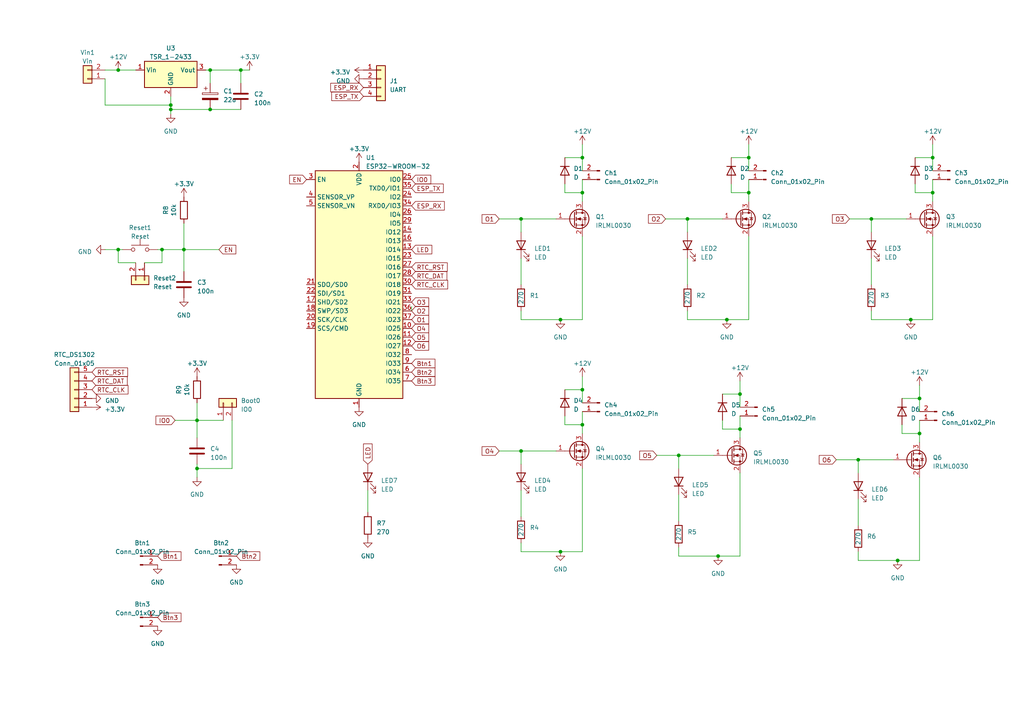
<source format=kicad_sch>
(kicad_sch (version 20230121) (generator eeschema)
  (paper "A4")
  (lib_symbols
    (symbol "Connector:Conn_01x02_Pin" (pin_names (offset 1.016) hide)
      (property "Reference" "J" (at 0 2.54 0))
      (property "Value" "Conn_01x02_Pin" (at 0 -5.08 0))
      (symbol "Conn_01x02_Pin_1_1"
        (polyline (pts (xy 1.27 -2.54) (xy 0.8636 -2.54)) (stroke (width 0.1524)))
        (polyline (pts (xy 1.27 0) (xy 0.8636 0)) (stroke (width 0.1524)))
        (rectangle (start 0.8636 -2.413) (end 0 -2.667) (stroke (width 0.1524)) (fill (type outline)))
        (rectangle (start 0.8636 0.127) (end 0 -0.127) (stroke (width 0.1524)) (fill (type outline)))
        (pin passive line (at 5.08 0 180) (length 3.81) (name "Pin_1") (number "1"))
        (pin passive line (at 5.08 -2.54 180) (length 3.81) (name "Pin_2") (number "2"))
      )
    )
    (symbol "Connector_Generic:Conn_01x02" (pin_names (offset 1.016) hide)
      (property "Reference" "J" (at 0 2.54 0))
      (property "Value" "Conn_01x02" (at 0 -5.08 0))
      (symbol "Conn_01x02_1_1"
        (rectangle (start -1.27 -2.413) (end 0 -2.667) (stroke (width 0.1524)))
        (rectangle (start -1.27 0.127) (end 0 -0.127) (stroke (width 0.1524)))
        (rectangle (start -1.27 1.27) (end 1.27 -3.81) (stroke (width 0.254)) (fill (type background)))
        (pin passive line (at -5.08 0 0) (length 3.81) (name "Pin_1") (number "1"))
        (pin passive line (at -5.08 -2.54 0) (length 3.81) (name "Pin_2") (number "2"))
      )
    )
    (symbol "Connector_Generic:Conn_01x04" (pin_names (offset 1.016) hide)
      (property "Reference" "J" (at 0 5.08 0))
      (property "Value" "Conn_01x04" (at 0 -7.62 0))
      (symbol "Conn_01x04_1_1"
        (rectangle (start -1.27 -4.953) (end 0 -5.207) (stroke (width 0.1524)))
        (rectangle (start -1.27 -2.413) (end 0 -2.667) (stroke (width 0.1524)))
        (rectangle (start -1.27 0.127) (end 0 -0.127) (stroke (width 0.1524)))
        (rectangle (start -1.27 2.667) (end 0 2.413) (stroke (width 0.1524)))
        (rectangle (start -1.27 3.81) (end 1.27 -6.35) (stroke (width 0.254)) (fill (type background)))
        (pin passive line (at -5.08 2.54 0) (length 3.81) (name "Pin_1") (number "1"))
        (pin passive line (at -5.08 0 0) (length 3.81) (name "Pin_2") (number "2"))
        (pin passive line (at -5.08 -2.54 0) (length 3.81) (name "Pin_3") (number "3"))
        (pin passive line (at -5.08 -5.08 0) (length 3.81) (name "Pin_4") (number "4"))
      )
    )
    (symbol "Connector_Generic:Conn_01x05" (pin_names (offset 1.016) hide)
      (property "Reference" "J" (at 0 7.62 0))
      (property "Value" "Conn_01x05" (at 0 -7.62 0))
      (symbol "Conn_01x05_1_1"
        (rectangle (start -1.27 -4.953) (end 0 -5.207) (stroke (width 0.1524)))
        (rectangle (start -1.27 -2.413) (end 0 -2.667) (stroke (width 0.1524)))
        (rectangle (start -1.27 0.127) (end 0 -0.127) (stroke (width 0.1524)))
        (rectangle (start -1.27 2.667) (end 0 2.413) (stroke (width 0.1524)))
        (rectangle (start -1.27 5.207) (end 0 4.953) (stroke (width 0.1524)))
        (rectangle (start -1.27 6.35) (end 1.27 -6.35) (stroke (width 0.254)) (fill (type background)))
        (pin passive line (at -5.08 5.08 0) (length 3.81) (name "Pin_1") (number "1"))
        (pin passive line (at -5.08 2.54 0) (length 3.81) (name "Pin_2") (number "2"))
        (pin passive line (at -5.08 0 0) (length 3.81) (name "Pin_3") (number "3"))
        (pin passive line (at -5.08 -2.54 0) (length 3.81) (name "Pin_4") (number "4"))
        (pin passive line (at -5.08 -5.08 0) (length 3.81) (name "Pin_5") (number "5"))
      )
    )
    (symbol "Device:C" (pin_numbers hide) (pin_names (offset 0.254))
      (property "Reference" "C" (at 0.635 2.54 0))
      (property "Value" "C" (at 0.635 -2.54 0))
      (symbol "C_0_1"
        (polyline (pts (xy -2.032 -0.762) (xy 2.032 -0.762)) (stroke (width 0.508)))
        (polyline (pts (xy -2.032 0.762) (xy 2.032 0.762)) (stroke (width 0.508)))
      )
      (symbol "C_1_1"
        (pin passive line (at 0 3.81 270) (length 2.794) (name "~") (number "1"))
        (pin passive line (at 0 -3.81 90) (length 2.794) (name "~") (number "2"))
      )
    )
    (symbol "Device:C_Polarized" (pin_numbers hide) (pin_names (offset 0.254))
      (property "Reference" "C" (at 0.635 2.54 0))
      (property "Value" "C_Polarized" (at 0.635 -2.54 0))
      (symbol "C_Polarized_0_1"
        (rectangle (start -2.286 0.508) (end 2.286 1.016))
        (polyline (pts (xy -1.778 2.286) (xy -0.762 2.286)))
        (polyline (pts (xy -1.27 2.794) (xy -1.27 1.778)))
        (rectangle (start 2.286 -0.508) (end -2.286 -1.016) (fill (type outline)))
      )
      (symbol "C_Polarized_1_1"
        (pin passive line (at 0 3.81 270) (length 2.794) (name "~") (number "1"))
        (pin passive line (at 0 -3.81 90) (length 2.794) (name "~") (number "2"))
      )
    )
    (symbol "Device:D" (pin_numbers hide) (pin_names (offset 1.016) hide)
      (property "Reference" "D" (at 0 2.54 0))
      (property "Value" "D" (at 0 -2.54 0))
      (symbol "D_0_1"
        (polyline (pts (xy -1.27 1.27) (xy -1.27 -1.27)) (stroke (width 0.254)))
        (polyline (pts (xy 1.27 0) (xy -1.27 0)))
        (polyline (pts (xy 1.27 1.27) (xy 1.27 -1.27) (xy -1.27 0) (xy 1.27 1.27)) (stroke (width 0.254)))
      )
      (symbol "D_1_1"
        (pin passive line (at -3.81 0 0) (length 2.54) (name "K") (number "1"))
        (pin passive line (at 3.81 0 180) (length 2.54) (name "A") (number "2"))
      )
    )
    (symbol "Device:LED" (pin_numbers hide) (pin_names (offset 1.016) hide)
      (property "Reference" "D" (at 0 2.54 0))
      (property "Value" "LED" (at 0 -2.54 0))
      (symbol "LED_0_1"
        (polyline (pts (xy -1.27 -1.27) (xy -1.27 1.27)) (stroke (width 0.254)))
        (polyline (pts (xy -1.27 0) (xy 1.27 0)))
        (polyline (pts (xy 1.27 -1.27) (xy 1.27 1.27) (xy -1.27 0) (xy 1.27 -1.27)) (stroke (width 0.254)))
        (polyline (pts (xy -3.048 -0.762) (xy -4.572 -2.286) (xy -3.81 -2.286) (xy -4.572 -2.286) (xy -4.572 -1.524)))
        (polyline (pts (xy -1.778 -0.762) (xy -3.302 -2.286) (xy -2.54 -2.286) (xy -3.302 -2.286) (xy -3.302 -1.524)))
      )
      (symbol "LED_1_1"
        (pin passive line (at -3.81 0 0) (length 2.54) (name "K") (number "1"))
        (pin passive line (at 3.81 0 180) (length 2.54) (name "A") (number "2"))
      )
    )
    (symbol "Device:R" (pin_numbers hide) (pin_names (offset 0))
      (property "Reference" "R" (at 2.032 0 90))
      (property "Value" "R" (at 0 0 90))
      (symbol "R_0_1"
        (rectangle (start -1.016 -2.54) (end 1.016 2.54) (stroke (width 0.254)))
      )
      (symbol "R_1_1"
        (pin passive line (at 0 3.81 270) (length 1.27) (name "~") (number "1"))
        (pin passive line (at 0 -3.81 90) (length 1.27) (name "~") (number "2"))
      )
    )
    (symbol "RF_Module:ESP32-WROOM-32"
      (property "Reference" "U" (at -12.7 34.29 0))
      (property "Value" "ESP32-WROOM-32" (at 1.27 34.29 0))
      (symbol "ESP32-WROOM-32_0_1"
        (rectangle (start -12.7 33.02) (end 12.7 -33.02) (stroke (width 0.254)) (fill (type background)))
      )
      (symbol "ESP32-WROOM-32_1_1"
        (pin power_in line (at 0 -35.56 90) (length 2.54) (name "GND") (number "1"))
        (pin bidirectional line (at 15.24 -12.7 180) (length 2.54) (name "IO25") (number "10"))
        (pin bidirectional line (at 15.24 -15.24 180) (length 2.54) (name "IO26") (number "11"))
        (pin bidirectional line (at 15.24 -17.78 180) (length 2.54) (name "IO27") (number "12"))
        (pin bidirectional line (at 15.24 10.16 180) (length 2.54) (name "IO14") (number "13"))
        (pin bidirectional line (at 15.24 15.24 180) (length 2.54) (name "IO12") (number "14"))
        (pin passive line (at 0 -35.56 90) (length 2.54) hide (name "GND") (number "15"))
        (pin bidirectional line (at 15.24 12.7 180) (length 2.54) (name "IO13") (number "16"))
        (pin bidirectional line (at -15.24 -5.08 0) (length 2.54) (name "SHD/SD2") (number "17"))
        (pin bidirectional line (at -15.24 -7.62 0) (length 2.54) (name "SWP/SD3") (number "18"))
        (pin bidirectional line (at -15.24 -12.7 0) (length 2.54) (name "SCS/CMD") (number "19"))
        (pin power_in line (at 0 35.56 270) (length 2.54) (name "VDD") (number "2"))
        (pin bidirectional line (at -15.24 -10.16 0) (length 2.54) (name "SCK/CLK") (number "20"))
        (pin bidirectional line (at -15.24 0 0) (length 2.54) (name "SDO/SD0") (number "21"))
        (pin bidirectional line (at -15.24 -2.54 0) (length 2.54) (name "SDI/SD1") (number "22"))
        (pin bidirectional line (at 15.24 7.62 180) (length 2.54) (name "IO15") (number "23"))
        (pin bidirectional line (at 15.24 25.4 180) (length 2.54) (name "IO2") (number "24"))
        (pin bidirectional line (at 15.24 30.48 180) (length 2.54) (name "IO0") (number "25"))
        (pin bidirectional line (at 15.24 20.32 180) (length 2.54) (name "IO4") (number "26"))
        (pin bidirectional line (at 15.24 5.08 180) (length 2.54) (name "IO16") (number "27"))
        (pin bidirectional line (at 15.24 2.54 180) (length 2.54) (name "IO17") (number "28"))
        (pin bidirectional line (at 15.24 17.78 180) (length 2.54) (name "IO5") (number "29"))
        (pin input line (at -15.24 30.48 0) (length 2.54) (name "EN") (number "3"))
        (pin bidirectional line (at 15.24 0 180) (length 2.54) (name "IO18") (number "30"))
        (pin bidirectional line (at 15.24 -2.54 180) (length 2.54) (name "IO19") (number "31"))
        (pin no_connect line (at -12.7 -27.94 0) (length 2.54) hide (name "NC") (number "32"))
        (pin bidirectional line (at 15.24 -5.08 180) (length 2.54) (name "IO21") (number "33"))
        (pin bidirectional line (at 15.24 22.86 180) (length 2.54) (name "RXD0/IO3") (number "34"))
        (pin bidirectional line (at 15.24 27.94 180) (length 2.54) (name "TXD0/IO1") (number "35"))
        (pin bidirectional line (at 15.24 -7.62 180) (length 2.54) (name "IO22") (number "36"))
        (pin bidirectional line (at 15.24 -10.16 180) (length 2.54) (name "IO23") (number "37"))
        (pin passive line (at 0 -35.56 90) (length 2.54) hide (name "GND") (number "38"))
        (pin passive line (at 0 -35.56 90) (length 2.54) hide (name "GND") (number "39"))
        (pin input line (at -15.24 25.4 0) (length 2.54) (name "SENSOR_VP") (number "4"))
        (pin input line (at -15.24 22.86 0) (length 2.54) (name "SENSOR_VN") (number "5"))
        (pin input line (at 15.24 -25.4 180) (length 2.54) (name "IO34") (number "6"))
        (pin input line (at 15.24 -27.94 180) (length 2.54) (name "IO35") (number "7"))
        (pin bidirectional line (at 15.24 -20.32 180) (length 2.54) (name "IO32") (number "8"))
        (pin bidirectional line (at 15.24 -22.86 180) (length 2.54) (name "IO33") (number "9"))
      )
    )
    (symbol "Regulator_Switching:TSR_1-2433"
      (property "Reference" "U" (at -7.62 6.35 0))
      (property "Value" "TSR_1-2433" (at -1.27 6.35 0))
      (symbol "TSR_1-2433_0_1"
        (rectangle (start -7.62 5.08) (end 7.62 -2.54) (stroke (width 0.254)) (fill (type background)))
      )
      (symbol "TSR_1-2433_1_1"
        (pin power_in line (at -10.16 2.54 0) (length 2.54) (name "Vin") (number "1"))
        (pin power_in line (at 0 -5.08 90) (length 2.54) (name "GND") (number "2"))
        (pin power_out line (at 10.16 2.54 180) (length 2.54) (name "Vout") (number "3"))
      )
    )
    (symbol "Switch:SW_Push" (pin_numbers hide) (pin_names (offset 1.016) hide)
      (property "Reference" "SW" (at 1.27 2.54 0))
      (property "Value" "SW_Push" (at 0 -1.524 0))
      (symbol "SW_Push_0_1"
        (circle (center -2.032 0) (radius 0.508))
        (polyline (pts (xy 0 1.27) (xy 0 3.048)))
        (polyline (pts (xy 2.54 1.27) (xy -2.54 1.27)))
        (circle (center 2.032 0) (radius 0.508))
        (pin passive line (at -5.08 0 0) (length 2.54) (name "1") (number "1"))
        (pin passive line (at 5.08 0 180) (length 2.54) (name "2") (number "2"))
      )
    )
    (symbol "Transistor_FET:IRLML0030" (pin_names hide)
      (property "Reference" "Q" (at 5.08 1.905 0))
      (property "Value" "IRLML0030" (at 5.08 0 0))
      (symbol "IRLML0030_0_1"
        (polyline (pts (xy 0.254 0) (xy -2.54 0)))
        (polyline (pts (xy 0.254 1.905) (xy 0.254 -1.905)) (stroke (width 0.254)))
        (polyline (pts (xy 0.762 -1.27) (xy 0.762 -2.286)) (stroke (width 0.254)))
        (polyline (pts (xy 0.762 0.508) (xy 0.762 -0.508)) (stroke (width 0.254)))
        (polyline (pts (xy 0.762 2.286) (xy 0.762 1.27)) (stroke (width 0.254)))
        (polyline (pts (xy 2.54 2.54) (xy 2.54 1.778)))
        (polyline (pts (xy 2.54 -2.54) (xy 2.54 0) (xy 0.762 0)))
        (polyline (pts (xy 0.762 -1.778) (xy 3.302 -1.778) (xy 3.302 1.778) (xy 0.762 1.778)))
        (polyline (pts (xy 1.016 0) (xy 2.032 0.381) (xy 2.032 -0.381) (xy 1.016 0)) (fill (type outline)))
        (polyline (pts (xy 2.794 0.508) (xy 2.921 0.381) (xy 3.683 0.381) (xy 3.81 0.254)))
        (polyline (pts (xy 3.302 0.381) (xy 2.921 -0.254) (xy 3.683 -0.254) (xy 3.302 0.381)))
        (circle (center 1.651 0) (radius 2.794) (stroke (width 0.254)))
        (circle (center 2.54 -1.778) (radius 0.254) (fill (type outline)))
        (circle (center 2.54 1.778) (radius 0.254) (fill (type outline)))
      )
      (symbol "IRLML0030_1_1"
        (pin input line (at -5.08 0 0) (length 2.54) (name "G") (number "1"))
        (pin passive line (at 2.54 -5.08 90) (length 2.54) (name "S") (number "2"))
        (pin passive line (at 2.54 5.08 270) (length 2.54) (name "D") (number "3"))
      )
    )
    (symbol "power:+12V" (power) (pin_names (offset 0))
      (property "Value" "+12V" (at 0 3.556 0))
      (symbol "+12V_0_1"
        (polyline (pts (xy -0.762 1.27) (xy 0 2.54)))
        (polyline (pts (xy 0 0) (xy 0 2.54)))
        (polyline (pts (xy 0 2.54) (xy 0.762 1.27)))
      )
      (symbol "+12V_1_1"
        (pin power_in line (at 0 0 90) (length 0) hide (name "+12V") (number "1"))
      )
    )
    (symbol "power:+3.3V" (power) (pin_names (offset 0))
      (property "Value" "+3.3V" (at 0 3.556 0))
      (symbol "+3.3V_0_1"
        (polyline (pts (xy -0.762 1.27) (xy 0 2.54)))
        (polyline (pts (xy 0 0) (xy 0 2.54)))
        (polyline (pts (xy 0 2.54) (xy 0.762 1.27)))
      )
      (symbol "+3.3V_1_1"
        (pin power_in line (at 0 0 90) (length 0) hide (name "+3.3V") (number "1"))
      )
    )
    (symbol "power:GND" (power) (pin_names (offset 0))
      (property "Value" "GND" (at 0 -3.81 0))
      (symbol "GND_0_1"
        (polyline (pts (xy 0 0) (xy 0 -1.27) (xy 1.27 -1.27) (xy 0 -2.54) (xy -1.27 -1.27) (xy 0 -1.27)))
      )
      (symbol "GND_1_1"
        (pin power_in line (at 0 0 270) (length 0) hide (name "GND") (number "1"))
      )
    )
  )
  (junction (at 60.96 31.75))
  (junction (at 260.35 162.56))
  (junction (at 270.51 55.88))
  (junction (at 168.91 113.03))
  (junction (at 266.7 125.73))
  (junction (at 266.7 115.57))
  (junction (at 270.51 45.72))
  (junction (at 199.39 63.5))
  (junction (at 208.28 161.29))
  (junction (at 69.85 20.32))
  (junction (at 60.96 20.32))
  (junction (at 34.29 20.32))
  (junction (at 49.53 30.48))
  (junction (at 57.15 121.92))
  (junction (at 168.91 123.19))
  (junction (at 214.63 114.3))
  (junction (at 34.29 72.39))
  (junction (at 57.15 135.89))
  (junction (at 252.73 63.5))
  (junction (at 46.99 72.39))
  (junction (at 162.56 92.71))
  (junction (at 214.63 124.46))
  (junction (at 162.56 160.02))
  (junction (at 53.34 72.39))
  (junction (at 168.91 45.72))
  (junction (at 248.92 133.35))
  (junction (at 151.13 130.81))
  (junction (at 210.82 92.71))
  (junction (at 196.85 132.08))
  (junction (at 217.17 45.72))
  (junction (at 49.53 31.75))
  (junction (at 217.17 55.88))
  (junction (at 168.91 55.88))
  (junction (at 264.16 92.71))
  (junction (at 151.13 63.5))
  (wire (pts (xy 199.39 92.71) (xy 199.39 90.17)))
  (wire (pts (xy 196.85 132.08) (xy 207.01 132.08)))
  (wire (pts (xy 252.73 92.71) (xy 252.73 90.17)))
  (wire (pts (xy 144.78 130.81) (xy 151.13 130.81)))
  (wire (pts (xy 34.29 72.39) (xy 35.56 72.39)))
  (wire (pts (xy 46.99 72.39) (xy 46.99 76.2)))
  (wire (pts (xy 217.17 41.91) (xy 217.17 45.72)))
  (wire (pts (xy 168.91 52.07) (xy 168.91 55.88)))
  (wire (pts (xy 208.28 161.29) (xy 196.85 161.29)))
  (wire (pts (xy 252.73 74.93) (xy 252.73 82.55)))
  (wire (pts (xy 270.51 92.71) (xy 264.16 92.71)))
  (wire (pts (xy 248.92 133.35) (xy 248.92 137.16)))
  (wire (pts (xy 57.15 134.62) (xy 57.15 135.89)))
  (wire (pts (xy 168.91 55.88) (xy 168.91 58.42)))
  (wire (pts (xy 168.91 135.89) (xy 168.91 160.02)))
  (wire (pts (xy 266.7 111.76) (xy 266.7 115.57)))
  (wire (pts (xy 266.7 121.92) (xy 266.7 125.73)))
  (wire (pts (xy 60.96 31.75) (xy 69.85 31.75)))
  (wire (pts (xy 209.55 121.92) (xy 209.55 124.46)))
  (wire (pts (xy 209.55 124.46) (xy 214.63 124.46)))
  (wire (pts (xy 60.96 20.32) (xy 69.85 20.32)))
  (wire (pts (xy 261.62 125.73) (xy 266.7 125.73)))
  (wire (pts (xy 168.91 92.71) (xy 162.56 92.71)))
  (wire (pts (xy 151.13 130.81) (xy 151.13 134.62)))
  (wire (pts (xy 50.8 121.92) (xy 57.15 121.92)))
  (wire (pts (xy 212.09 55.88) (xy 217.17 55.88)))
  (wire (pts (xy 199.39 63.5) (xy 199.39 67.31)))
  (wire (pts (xy 163.83 45.72) (xy 168.91 45.72)))
  (wire (pts (xy 196.85 143.51) (xy 196.85 151.13)))
  (wire (pts (xy 261.62 123.19) (xy 261.62 125.73)))
  (wire (pts (xy 57.15 121.92) (xy 57.15 127)))
  (wire (pts (xy 49.53 27.94) (xy 49.53 30.48)))
  (wire (pts (xy 266.7 125.73) (xy 266.7 128.27)))
  (wire (pts (xy 214.63 161.29) (xy 208.28 161.29)))
  (wire (pts (xy 199.39 63.5) (xy 209.55 63.5)))
  (wire (pts (xy 151.13 63.5) (xy 161.29 63.5)))
  (wire (pts (xy 217.17 52.07) (xy 217.17 55.88)))
  (wire (pts (xy 168.91 109.22) (xy 168.91 113.03)))
  (wire (pts (xy 196.85 132.08) (xy 196.85 135.89)))
  (wire (pts (xy 212.09 45.72) (xy 217.17 45.72)))
  (wire (pts (xy 162.56 92.71) (xy 151.13 92.71)))
  (wire (pts (xy 248.92 133.35) (xy 259.08 133.35)))
  (wire (pts (xy 246.38 63.5) (xy 252.73 63.5)))
  (wire (pts (xy 57.15 135.89) (xy 57.15 138.43)))
  (wire (pts (xy 53.34 64.77) (xy 53.34 72.39)))
  (wire (pts (xy 151.13 74.93) (xy 151.13 82.55)))
  (wire (pts (xy 248.92 162.56) (xy 248.92 160.02)))
  (wire (pts (xy 260.35 162.56) (xy 248.92 162.56)))
  (wire (pts (xy 212.09 53.34) (xy 212.09 55.88)))
  (wire (pts (xy 53.34 72.39) (xy 53.34 78.74)))
  (wire (pts (xy 265.43 53.34) (xy 265.43 55.88)))
  (wire (pts (xy 30.48 20.32) (xy 34.29 20.32)))
  (wire (pts (xy 163.83 55.88) (xy 168.91 55.88)))
  (wire (pts (xy 265.43 45.72) (xy 270.51 45.72)))
  (wire (pts (xy 265.43 55.88) (xy 270.51 55.88)))
  (wire (pts (xy 106.68 142.24) (xy 106.68 148.59)))
  (wire (pts (xy 217.17 55.88) (xy 217.17 58.42)))
  (wire (pts (xy 151.13 160.02) (xy 151.13 157.48)))
  (wire (pts (xy 46.99 72.39) (xy 53.34 72.39)))
  (wire (pts (xy 214.63 110.49) (xy 214.63 114.3)))
  (wire (pts (xy 60.96 20.32) (xy 60.96 24.13)))
  (wire (pts (xy 217.17 92.71) (xy 210.82 92.71)))
  (wire (pts (xy 270.51 52.07) (xy 270.51 55.88)))
  (wire (pts (xy 266.7 162.56) (xy 260.35 162.56)))
  (wire (pts (xy 144.78 63.5) (xy 151.13 63.5)))
  (wire (pts (xy 196.85 161.29) (xy 196.85 158.75)))
  (wire (pts (xy 163.83 123.19) (xy 168.91 123.19)))
  (wire (pts (xy 34.29 76.2) (xy 34.29 72.39)))
  (wire (pts (xy 266.7 138.43) (xy 266.7 162.56)))
  (wire (pts (xy 163.83 53.34) (xy 163.83 55.88)))
  (wire (pts (xy 252.73 63.5) (xy 252.73 67.31)))
  (wire (pts (xy 270.51 68.58) (xy 270.51 92.71)))
  (wire (pts (xy 67.31 121.92) (xy 67.31 135.89)))
  (wire (pts (xy 264.16 92.71) (xy 252.73 92.71)))
  (wire (pts (xy 242.57 133.35) (xy 248.92 133.35)))
  (wire (pts (xy 49.53 31.75) (xy 60.96 31.75)))
  (wire (pts (xy 151.13 92.71) (xy 151.13 90.17)))
  (wire (pts (xy 193.04 63.5) (xy 199.39 63.5)))
  (wire (pts (xy 57.15 121.92) (xy 64.77 121.92)))
  (wire (pts (xy 168.91 160.02) (xy 162.56 160.02)))
  (wire (pts (xy 209.55 114.3) (xy 214.63 114.3)))
  (wire (pts (xy 168.91 68.58) (xy 168.91 92.71)))
  (wire (pts (xy 162.56 160.02) (xy 151.13 160.02)))
  (wire (pts (xy 49.53 31.75) (xy 49.53 33.02)))
  (wire (pts (xy 59.69 20.32) (xy 60.96 20.32)))
  (wire (pts (xy 69.85 20.32) (xy 69.85 24.13)))
  (wire (pts (xy 30.48 30.48) (xy 49.53 30.48)))
  (wire (pts (xy 34.29 20.32) (xy 39.37 20.32)))
  (wire (pts (xy 261.62 115.57) (xy 266.7 115.57)))
  (wire (pts (xy 46.99 76.2) (xy 41.91 76.2)))
  (wire (pts (xy 168.91 45.72) (xy 168.91 49.53)))
  (wire (pts (xy 163.83 113.03) (xy 168.91 113.03)))
  (wire (pts (xy 270.51 55.88) (xy 270.51 58.42)))
  (wire (pts (xy 151.13 63.5) (xy 151.13 67.31)))
  (wire (pts (xy 214.63 120.65) (xy 214.63 124.46)))
  (wire (pts (xy 214.63 124.46) (xy 214.63 127)))
  (wire (pts (xy 45.72 72.39) (xy 46.99 72.39)))
  (wire (pts (xy 214.63 137.16) (xy 214.63 161.29)))
  (wire (pts (xy 30.48 72.39) (xy 34.29 72.39)))
  (wire (pts (xy 39.37 76.2) (xy 34.29 76.2)))
  (wire (pts (xy 168.91 41.91) (xy 168.91 45.72)))
  (wire (pts (xy 248.92 144.78) (xy 248.92 152.4)))
  (wire (pts (xy 210.82 92.71) (xy 199.39 92.71)))
  (wire (pts (xy 119.38 88.9) (xy 119.38 90.17)))
  (wire (pts (xy 214.63 114.3) (xy 214.63 118.11)))
  (wire (pts (xy 168.91 119.38) (xy 168.91 123.19)))
  (wire (pts (xy 270.51 45.72) (xy 270.51 49.53)))
  (wire (pts (xy 163.83 120.65) (xy 163.83 123.19)))
  (wire (pts (xy 168.91 113.03) (xy 168.91 116.84)))
  (wire (pts (xy 151.13 130.81) (xy 161.29 130.81)))
  (wire (pts (xy 53.34 72.39) (xy 63.5 72.39)))
  (wire (pts (xy 199.39 74.93) (xy 199.39 82.55)))
  (wire (pts (xy 190.5 132.08) (xy 196.85 132.08)))
  (wire (pts (xy 69.85 20.32) (xy 72.39 20.32)))
  (wire (pts (xy 67.31 135.89) (xy 57.15 135.89)))
  (wire (pts (xy 217.17 45.72) (xy 217.17 49.53)))
  (wire (pts (xy 168.91 123.19) (xy 168.91 125.73)))
  (wire (pts (xy 151.13 142.24) (xy 151.13 149.86)))
  (wire (pts (xy 270.51 41.91) (xy 270.51 45.72)))
  (wire (pts (xy 30.48 22.86) (xy 30.48 30.48)))
  (wire (pts (xy 252.73 63.5) (xy 262.89 63.5)))
  (wire (pts (xy 266.7 115.57) (xy 266.7 119.38)))
  (wire (pts (xy 49.53 30.48) (xy 49.53 31.75)))
  (wire (pts (xy 217.17 68.58) (xy 217.17 92.71)))
  (wire (pts (xy 57.15 116.84) (xy 57.15 121.92)))
  (global_label "O4" (shape input) (at 119.38 95.25 0) (property "Intersheetrefs" "${INTERSHEET_REFS}" (effects hide)))
  (global_label "Btn1" (shape input) (at 119.38 105.41 0) (property "Intersheetrefs" "${INTERSHEET_REFS}" (effects hide)))
  (global_label "O1" (shape input) (at 144.78 63.5 180) (property "Intersheetrefs" "${INTERSHEET_REFS}" (effects hide)))
  (global_label "O4" (shape input) (at 144.78 130.81 180) (property "Intersheetrefs" "${INTERSHEET_REFS}" (effects hide)))
  (global_label "LED" (shape input) (at 106.68 134.62 90) (property "Intersheetrefs" "${INTERSHEET_REFS}" (effects hide)))
  (global_label "RTC_CLK" (shape input) (at 119.38 82.55 0) (property "Intersheetrefs" "${INTERSHEET_REFS}" (effects hide)))
  (global_label "O3" (shape input) (at 246.38 63.5 180) (property "Intersheetrefs" "${INTERSHEET_REFS}" (effects hide)))
  (global_label "O3" (shape input) (at 119.38 87.63 0) (property "Intersheetrefs" "${INTERSHEET_REFS}" (effects hide)))
  (global_label "RTC_RST" (shape input) (at 26.67 107.95 0) (property "Intersheetrefs" "${INTERSHEET_REFS}" (effects hide)))
  (global_label "ESP_TX" (shape input) (at 119.38 54.61 0) (property "Intersheetrefs" "${INTERSHEET_REFS}" (effects hide)))
  (global_label "ESP_TX" (shape input) (at 105.41 27.94 180) (property "Intersheetrefs" "${INTERSHEET_REFS}" (effects hide)))
  (global_label "Btn3" (shape input) (at 119.38 110.49 0) (property "Intersheetrefs" "${INTERSHEET_REFS}" (effects hide)))
  (global_label "ESP_RX" (shape input) (at 119.38 59.69 0) (property "Intersheetrefs" "${INTERSHEET_REFS}" (effects hide)))
  (global_label "RTC_RST" (shape input) (at 119.38 77.47 0) (property "Intersheetrefs" "${INTERSHEET_REFS}" (effects hide)))
  (global_label "Btn2" (shape input) (at 119.38 107.95 0) (property "Intersheetrefs" "${INTERSHEET_REFS}" (effects hide)))
  (global_label "O6" (shape input) (at 242.57 133.35 180) (property "Intersheetrefs" "${INTERSHEET_REFS}" (effects hide)))
  (global_label "ESP_RX" (shape input) (at 105.41 25.4 180) (property "Intersheetrefs" "${INTERSHEET_REFS}" (effects hide)))
  (global_label "RTC_CLK" (shape input) (at 26.67 113.03 0) (property "Intersheetrefs" "${INTERSHEET_REFS}" (effects hide)))
  (global_label "O6" (shape input) (at 119.38 100.33 0) (property "Intersheetrefs" "${INTERSHEET_REFS}" (effects hide)))
  (global_label "O2" (shape input) (at 119.38 90.17 0) (property "Intersheetrefs" "${INTERSHEET_REFS}" (effects hide)))
  (global_label "O1" (shape input) (at 119.38 92.71 0) (property "Intersheetrefs" "${INTERSHEET_REFS}" (effects hide)))
  (global_label "Btn2" (shape input) (at 68.58 161.29 0) (property "Intersheetrefs" "${INTERSHEET_REFS}" (effects hide)))
  (global_label "LED" (shape input) (at 119.38 72.39 0) (property "Intersheetrefs" "${INTERSHEET_REFS}" (effects hide)))
  (global_label "EN" (shape input) (at 88.9 52.07 180) (property "Intersheetrefs" "${INTERSHEET_REFS}" (effects hide)))
  (global_label "O2" (shape input) (at 193.04 63.5 180) (property "Intersheetrefs" "${INTERSHEET_REFS}" (effects hide)))
  (global_label "Btn3" (shape input) (at 45.72 179.07 0) (property "Intersheetrefs" "${INTERSHEET_REFS}" (effects hide)))
  (global_label "IO0" (shape input) (at 50.8 121.92 180) (property "Intersheetrefs" "${INTERSHEET_REFS}" (effects hide)))
  (global_label "Btn1" (shape input) (at 45.72 161.29 0) (property "Intersheetrefs" "${INTERSHEET_REFS}" (effects hide)))
  (global_label "RTC_DAT" (shape input) (at 26.67 110.49 0) (property "Intersheetrefs" "${INTERSHEET_REFS}" (effects hide)))
  (global_label "O5" (shape input) (at 119.38 97.79 0) (property "Intersheetrefs" "${INTERSHEET_REFS}" (effects hide)))
  (global_label "IO0" (shape input) (at 119.38 52.07 0) (property "Intersheetrefs" "${INTERSHEET_REFS}" (effects hide)))
  (global_label "O5" (shape input) (at 190.5 132.08 180) (property "Intersheetrefs" "${INTERSHEET_REFS}" (effects hide)))
  (global_label "RTC_DAT" (shape input) (at 119.38 80.01 0) (property "Intersheetrefs" "${INTERSHEET_REFS}" (effects hide)))
  (global_label "EN" (shape input) (at 63.5 72.39 0) (property "Intersheetrefs" "${INTERSHEET_REFS}" (effects hide)))
  (symbol (lib_id "power:GND") (at 162.56 92.71 0) (unit 1)
    (property "Reference" "#PWR01" (effects hide))
    (property "Value" "GND" (at 162.56 97.79 0))
  )
  (symbol (lib_id "Regulator_Switching:TSR_1-2433") (at 49.53 22.86 0) (unit 1)
    (property "Reference" "U3" (at 49.53 13.97 0))
    (property "Value" "TSR_1-2433" (at 49.53 16.51 0))
    (property "Footprint" "Converter_DCDC:Converter_DCDC_TRACO_TSR-1_THT" (effects hide))
    (property "Datasheet" "http://www.tracopower.com/products/tsr1.pdf" (effects hide))
  )
  (symbol (lib_id "Connector:Conn_01x02_Pin") (at 40.64 179.07 0) (unit 1)
    (property "Reference" "Btn3" (at 41.275 175.26 0))
    (property "Value" "Conn_01x02_Pin" (at 41.275 177.8 0))
    (property "Footprint" "Connector_PinHeader_2.54mm:PinHeader_1x02_P2.54mm_Vertical" (effects hide))
  )
  (symbol (lib_id "Device:R") (at 151.13 153.67 0) (unit 1)
    (property "Reference" "R4" (at 153.67 153.035 0) (effects (justify left)))
    (property "Value" "270" (at 151.13 153.67 90))
    (property "Footprint" "Resistor_SMD:R_0805_2012Metric" (effects hide))
  )
  (symbol (lib_id "power:GND") (at 30.48 72.39 270) (unit 1)
    (property "Reference" "#PWR019" (effects hide))
    (property "Value" "GND" (at 26.67 73.025 90) (effects (justify right)))
  )
  (symbol (lib_id "Device:R") (at 151.13 86.36 0) (unit 1)
    (property "Reference" "R1" (at 153.67 85.725 0) (effects (justify left)))
    (property "Value" "270" (at 151.13 86.36 90))
    (property "Footprint" "Resistor_SMD:R_0805_2012Metric" (effects hide))
  )
  (symbol (lib_id "Transistor_FET:IRLML0030") (at 166.37 63.5 0) (unit 1)
    (property "Reference" "Q1" (at 172.72 62.865 0) (effects (justify left)))
    (property "Value" "IRLML0030" (at 172.72 65.405 0) (effects (justify left)))
    (property "Footprint" "Package_TO_SOT_SMD:SOT-23" (effects hide))
    (property "Datasheet" "https://www.infineon.com/dgdl/irlml0030pbf.pdf?fileId=5546d462533600a401535664773825df" (effects hide))
  )
  (symbol (lib_id "Device:LED") (at 252.73 71.12 90) (unit 1)
    (property "Reference" "LED3" (at 256.54 72.0725 90) (effects (justify right)))
    (property "Value" "LED" (at 256.54 74.6125 90) (effects (justify right)))
    (property "Footprint" "LED_SMD:LED_0805_2012Metric" (effects hide))
  )
  (symbol (lib_id "power:GND") (at 53.34 86.36 0) (unit 1)
    (property "Reference" "#PWR024" (effects hide))
    (property "Value" "GND" (at 53.34 91.44 0))
  )
  (symbol (lib_id "power:GND") (at 57.15 138.43 0) (unit 1)
    (property "Reference" "#PWR030" (effects hide))
    (property "Value" "GND" (at 57.15 143.4209 0))
  )
  (symbol (lib_id "Device:D") (at 212.09 49.53 270) (unit 1)
    (property "Reference" "D2" (at 214.63 48.895 90) (effects (justify left)))
    (property "Value" "D" (at 214.63 51.435 90) (effects (justify left)))
    (property "Footprint" "Diode_SMD:D_SOD-123" (effects hide))
    (property "Sim.Device" "D" (effects hide))
    (property "Sim.Pins" "1=K 2=A" (effects hide))
  )
  (symbol (lib_id "power:GND") (at 210.82 92.71 0) (unit 1)
    (property "Reference" "#PWR03" (effects hide))
    (property "Value" "GND" (at 210.82 97.79 0))
  )
  (symbol (lib_id "Connector:Conn_01x02_Pin") (at 63.5 161.29 0) (unit 1)
    (property "Reference" "Btn2" (at 64.135 157.48 0))
    (property "Value" "Conn_01x02_Pin" (at 64.135 160.02 0))
    (property "Footprint" "Connector_PinHeader_2.54mm:PinHeader_1x02_P2.54mm_Vertical" (effects hide))
  )
  (symbol (lib_id "Device:R") (at 106.68 152.4 0) (unit 1)
    (property "Reference" "R7" (at 109.22 151.765 0) (effects (justify left)))
    (property "Value" "270" (at 109.22 154.305 0) (effects (justify left)))
    (property "Footprint" "Resistor_SMD:R_0805_2012Metric" (effects hide))
  )
  (symbol (lib_id "power:GND") (at 26.67 115.57 90) (unit 1)
    (property "Reference" "#PWR027" (effects hide))
    (property "Value" "GND" (at 30.48 116.205 90) (effects (justify right)))
  )
  (symbol (lib_id "Connector:Conn_01x02_Pin") (at 222.25 52.07 180) (unit 1)
    (property "Reference" "Ch2" (at 223.52 50.165 0) (effects (justify right)))
    (property "Value" "Conn_01x02_Pin" (at 223.52 52.705 0) (effects (justify right)))
    (property "Footprint" "Connector_JST:JST_XH_B2B-XH-AM_1x02_P2.50mm_Vertical" (effects hide))
  )
  (symbol (lib_id "Device:R") (at 53.34 60.96 0) (unit 1)
    (property "Reference" "R8" (at 48.0822 60.96 90))
    (property "Value" "10k" (at 50.3936 60.96 90))
    (property "Footprint" "Resistor_SMD:R_0805_2012Metric" (effects hide))
  )
  (symbol (lib_id "Device:C") (at 57.15 130.81 0) (unit 1)
    (property "Reference" "C4" (at 60.96 130.175 0) (effects (justify left)))
    (property "Value" "100n" (at 60.96 132.715 0) (effects (justify left)))
    (property "Footprint" "Capacitor_SMD:C_0805_2012Metric" (effects hide))
  )
  (symbol (lib_id "Device:R") (at 252.73 86.36 0) (unit 1)
    (property "Reference" "R3" (at 255.27 85.725 0) (effects (justify left)))
    (property "Value" "270" (at 252.73 86.36 90))
    (property "Footprint" "Resistor_SMD:R_0805_2012Metric" (effects hide))
  )
  (symbol (lib_id "Connector_Generic:Conn_01x05") (at 21.59 113.03 180) (unit 1)
    (property "Reference" "RTC_DS1302" (at 21.59 102.87 0))
    (property "Value" "Conn_01x05" (at 21.59 105.41 0))
    (property "Footprint" "Connector_PinSocket_2.54mm:PinSocket_1x05_P2.54mm_Vertical" (effects hide))
  )
  (symbol (lib_id "Switch:SW_Push") (at 40.64 72.39 0) (unit 1)
    (property "Reference" "Reset1" (at 40.64 66.04 0))
    (property "Value" "Reset" (at 40.64 68.58 0))
    (property "Footprint" "footprints:Reichelt 9315" (effects hide))
  )
  (symbol (lib_id "power:+12V") (at 266.7 111.76 0) (unit 1)
    (property "Reference" "#PWR012" (effects hide))
    (property "Value" "+12V" (at 266.7 107.95 0))
  )
  (symbol (lib_id "power:+3.3V") (at 72.39 20.32 0) (unit 1)
    (property "Reference" "#PWR015" (effects hide))
    (property "Value" "+3.3V" (at 72.39 16.51 0))
  )
  (symbol (lib_id "Device:LED") (at 151.13 71.12 90) (unit 1)
    (property "Reference" "LED1" (at 154.94 72.0725 90) (effects (justify right)))
    (property "Value" "LED" (at 154.94 74.6125 90) (effects (justify right)))
    (property "Footprint" "LED_SMD:LED_0805_2012Metric" (effects hide))
  )
  (symbol (lib_id "Connector_Generic:Conn_01x02") (at 25.4 22.86 180) (unit 1)
    (property "Reference" "Vin1" (at 25.4 15.24 0))
    (property "Value" "Vin" (at 25.4 17.78 0))
    (property "Footprint" "Connector_JST:JST_XH_B2B-XH-AM_1x02_P2.50mm_Vertical" (effects hide))
  )
  (symbol (lib_id "Transistor_FET:IRLML0030") (at 212.09 132.08 0) (unit 1)
    (property "Reference" "Q5" (at 218.44 131.445 0) (effects (justify left)))
    (property "Value" "IRLML0030" (at 218.44 133.985 0) (effects (justify left)))
    (property "Footprint" "Package_TO_SOT_SMD:SOT-23" (effects hide))
    (property "Datasheet" "https://www.infineon.com/dgdl/irlml0030pbf.pdf?fileId=5546d462533600a401535664773825df" (effects hide))
  )
  (symbol (lib_id "Connector:Conn_01x02_Pin") (at 173.99 52.07 180) (unit 1)
    (property "Reference" "Ch1" (at 175.26 50.165 0) (effects (justify right)))
    (property "Value" "Conn_01x02_Pin" (at 175.26 52.705 0) (effects (justify right)))
    (property "Footprint" "Connector_JST:JST_XH_B2B-XH-AM_1x02_P2.50mm_Vertical" (effects hide))
  )
  (symbol (lib_id "Device:D") (at 163.83 116.84 270) (unit 1)
    (property "Reference" "D4" (at 166.37 116.205 90) (effects (justify left)))
    (property "Value" "D" (at 166.37 118.745 90) (effects (justify left)))
    (property "Footprint" "Diode_SMD:D_SOD-123" (effects hide))
    (property "Sim.Device" "D" (effects hide))
    (property "Sim.Pins" "1=K 2=A" (effects hide))
  )
  (symbol (lib_id "power:GND") (at 106.68 156.21 0) (unit 1)
    (property "Reference" "#PWR021" (effects hide))
    (property "Value" "GND" (at 106.68 161.29 0))
  )
  (symbol (lib_id "power:+3.3V") (at 104.14 46.99 0) (unit 1)
    (property "Reference" "#PWR014" (effects hide))
    (property "Value" "+3.3V" (at 104.14 43.18 0))
  )
  (symbol (lib_id "Connector_Generic:Conn_01x02") (at 41.91 81.28 270) (unit 1)
    (property "Reference" "Reset2" (at 44.45 80.645 90) (effects (justify left)))
    (property "Value" "Reset" (at 44.45 83.185 90) (effects (justify left)))
    (property "Footprint" "Connector_PinHeader_2.54mm:PinHeader_1x02_P2.54mm_Vertical" (effects hide))
  )
  (symbol (lib_id "Connector:Conn_01x02_Pin") (at 219.71 120.65 180) (unit 1)
    (property "Reference" "Ch5" (at 220.98 118.745 0) (effects (justify right)))
    (property "Value" "Conn_01x02_Pin" (at 220.98 121.285 0) (effects (justify right)))
    (property "Footprint" "Connector_JST:JST_XH_B2B-XH-AM_1x02_P2.50mm_Vertical" (effects hide))
  )
  (symbol (lib_id "Connector:Conn_01x02_Pin") (at 40.64 161.29 0) (unit 1)
    (property "Reference" "Btn1" (at 41.275 157.48 0))
    (property "Value" "Conn_01x02_Pin" (at 41.275 160.02 0))
    (property "Footprint" "Connector_PinHeader_2.54mm:PinHeader_1x02_P2.54mm_Vertical" (effects hide))
  )
  (symbol (lib_id "Connector:Conn_01x02_Pin") (at 271.78 121.92 180) (unit 1)
    (property "Reference" "Ch6" (at 273.05 120.015 0) (effects (justify right)))
    (property "Value" "Conn_01x02_Pin" (at 273.05 122.555 0) (effects (justify right)))
    (property "Footprint" "Connector_JST:JST_XH_B2B-XH-AM_1x02_P2.50mm_Vertical" (effects hide))
  )
  (symbol (lib_id "Connector_Generic:Conn_01x04") (at 110.49 22.86 0) (unit 1)
    (property "Reference" "J1" (at 113.03 23.495 0) (effects (justify left)))
    (property "Value" "UART" (at 113.03 26.035 0) (effects (justify left)))
    (property "Footprint" "Connector_PinSocket_2.54mm:PinSocket_1x04_P2.54mm_Vertical" (effects hide))
  )
  (symbol (lib_id "power:+3.3V") (at 26.67 118.11 270) (unit 1)
    (property "Reference" "#PWR028" (effects hide))
    (property "Value" "+3.3V" (at 30.3462 118.745 90) (effects (justify left)))
  )
  (symbol (lib_id "Device:LED") (at 199.39 71.12 90) (unit 1)
    (property "Reference" "LED2" (at 203.2 72.0725 90) (effects (justify right)))
    (property "Value" "LED" (at 203.2 74.6125 90) (effects (justify right)))
    (property "Footprint" "LED_SMD:LED_0805_2012Metric" (effects hide))
  )
  (symbol (lib_id "power:GND") (at 49.53 33.02 0) (unit 1)
    (property "Reference" "#PWR017" (effects hide))
    (property "Value" "GND" (at 49.53 38.1 0))
  )
  (symbol (lib_id "power:GND") (at 208.28 161.29 0) (unit 1)
    (property "Reference" "#PWR09" (effects hide))
    (property "Value" "GND" (at 208.28 166.37 0))
  )
  (symbol (lib_id "power:+12V") (at 168.91 109.22 0) (unit 1)
    (property "Reference" "#PWR08" (effects hide))
    (property "Value" "+12V" (at 168.91 105.41 0))
  )
  (symbol (lib_id "power:GND") (at 264.16 92.71 0) (unit 1)
    (property "Reference" "#PWR05" (effects hide))
    (property "Value" "GND" (at 264.16 97.79 0))
  )
  (symbol (lib_id "power:+12V") (at 168.91 41.91 0) (unit 1)
    (property "Reference" "#PWR02" (effects hide))
    (property "Value" "+12V" (at 168.91 38.1 0))
  )
  (symbol (lib_id "power:GND") (at 260.35 162.56 0) (unit 1)
    (property "Reference" "#PWR011" (effects hide))
    (property "Value" "GND" (at 260.35 167.64 0))
  )
  (symbol (lib_id "power:+3.3V") (at 53.34 57.15 0) (unit 1)
    (property "Reference" "#PWR020" (effects hide))
    (property "Value" "+3.3V" (at 53.34 53.34 0))
  )
  (symbol (lib_id "Device:C_Polarized") (at 60.96 27.94 0) (unit 1)
    (property "Reference" "C1" (at 64.77 26.416 0) (effects (justify left)))
    (property "Value" "22u" (at 64.77 28.956 0) (effects (justify left)))
    (property "Footprint" "Capacitor_THT:CP_Radial_D5.0mm_P2.50mm" (effects hide))
  )
  (symbol (lib_id "power:GND") (at 45.72 181.61 0) (unit 1)
    (property "Reference" "#PWR026" (effects hide))
    (property "Value" "GND" (at 45.72 186.69 0))
  )
  (symbol (lib_id "Device:R") (at 196.85 154.94 0) (unit 1)
    (property "Reference" "R5" (at 199.39 154.305 0) (effects (justify left)))
    (property "Value" "270" (at 196.85 154.94 90))
    (property "Footprint" "Resistor_SMD:R_0805_2012Metric" (effects hide))
  )
  (symbol (lib_id "Device:LED") (at 151.13 138.43 90) (unit 1)
    (property "Reference" "LED4" (at 154.94 139.3825 90) (effects (justify right)))
    (property "Value" "LED" (at 154.94 141.9225 90) (effects (justify right)))
    (property "Footprint" "LED_SMD:LED_0805_2012Metric" (effects hide))
  )
  (symbol (lib_id "power:+12V") (at 34.29 20.32 0) (unit 1)
    (property "Reference" "#PWR013" (effects hide))
    (property "Value" "+12V" (at 34.29 16.51 0))
  )
  (symbol (lib_id "Device:LED") (at 106.68 138.43 90) (unit 1)
    (property "Reference" "LED7" (at 110.49 139.3825 90) (effects (justify right)))
    (property "Value" "LED" (at 110.49 141.9225 90) (effects (justify right)))
    (property "Footprint" "LED_SMD:LED_0805_2012Metric" (effects hide))
  )
  (symbol (lib_id "Connector:Conn_01x02_Pin") (at 275.59 52.07 180) (unit 1)
    (property "Reference" "Ch3" (at 276.86 50.165 0) (effects (justify right)))
    (property "Value" "Conn_01x02_Pin" (at 276.86 52.705 0) (effects (justify right)))
    (property "Footprint" "Connector_JST:JST_XH_B2B-XH-AM_1x02_P2.50mm_Vertical" (effects hide))
  )
  (symbol (lib_id "power:GND") (at 68.58 163.83 0) (unit 1)
    (property "Reference" "#PWR025" (effects hide))
    (property "Value" "GND" (at 68.58 168.91 0))
  )
  (symbol (lib_id "power:GND") (at 45.72 163.83 0) (unit 1)
    (property "Reference" "#PWR018" (effects hide))
    (property "Value" "GND" (at 45.72 168.91 0))
  )
  (symbol (lib_id "Device:D") (at 261.62 119.38 270) (unit 1)
    (property "Reference" "D6" (at 264.16 118.745 90) (effects (justify left)))
    (property "Value" "D" (at 264.16 121.285 90) (effects (justify left)))
    (property "Footprint" "Diode_SMD:D_SOD-123" (effects hide))
    (property "Sim.Device" "D" (effects hide))
    (property "Sim.Pins" "1=K 2=A" (effects hide))
  )
  (symbol (lib_id "Device:R") (at 57.15 113.03 0) (unit 1)
    (property "Reference" "R9" (at 51.8922 113.03 90))
    (property "Value" "10k" (at 54.2036 113.03 90))
    (property "Footprint" "Resistor_SMD:R_0805_2012Metric" (effects hide))
  )
  (symbol (lib_id "power:GND") (at 162.56 160.02 0) (unit 1)
    (property "Reference" "#PWR07" (effects hide))
    (property "Value" "GND" (at 162.56 165.1 0))
  )
  (symbol (lib_id "Device:LED") (at 248.92 140.97 90) (unit 1)
    (property "Reference" "LED6" (at 252.73 141.9225 90) (effects (justify right)))
    (property "Value" "LED" (at 252.73 144.4625 90) (effects (justify right)))
    (property "Footprint" "LED_SMD:LED_0805_2012Metric" (effects hide))
  )
  (symbol (lib_id "power:+3.3V") (at 105.41 20.32 90) (unit 1)
    (property "Reference" "#PWR022" (effects hide))
    (property "Value" "+3.3V" (at 101.6 20.955 90) (effects (justify left)))
  )
  (symbol (lib_id "power:GND") (at 105.41 22.86 270) (unit 1)
    (property "Reference" "#PWR023" (effects hide))
    (property "Value" "GND" (at 101.6 23.495 90) (effects (justify right)))
  )
  (symbol (lib_id "power:GND") (at 104.14 118.11 0) (unit 1)
    (property "Reference" "#PWR016" (effects hide))
    (property "Value" "GND" (at 104.14 123.19 0))
  )
  (symbol (lib_id "Device:C") (at 53.34 82.55 0) (unit 1)
    (property "Reference" "C3" (at 57.15 81.915 0) (effects (justify left)))
    (property "Value" "100n" (at 57.15 84.455 0) (effects (justify left)))
    (property "Footprint" "Capacitor_SMD:C_0805_2012Metric" (effects hide))
  )
  (symbol (lib_id "Device:LED") (at 196.85 139.7 90) (unit 1)
    (property "Reference" "LED5" (at 200.66 140.6525 90) (effects (justify right)))
    (property "Value" "LED" (at 200.66 143.1925 90) (effects (justify right)))
    (property "Footprint" "LED_SMD:LED_0805_2012Metric" (effects hide))
  )
  (symbol (lib_id "Device:D") (at 265.43 49.53 270) (unit 1)
    (property "Reference" "D3" (at 267.97 48.895 90) (effects (justify left)))
    (property "Value" "D" (at 267.97 51.435 90) (effects (justify left)))
    (property "Footprint" "Diode_SMD:D_SOD-123" (effects hide))
    (property "Sim.Device" "D" (effects hide))
    (property "Sim.Pins" "1=K 2=A" (effects hide))
  )
  (symbol (lib_id "RF_Module:ESP32-WROOM-32") (at 104.14 82.55 0) (unit 1)
    (property "Reference" "U1" (at 106.0959 45.72 0) (effects (justify left)))
    (property "Value" "ESP32-WROOM-32" (at 106.0959 48.26 0) (effects (justify left)))
    (property "Footprint" "RF_Module:ESP32-WROOM-32" (effects hide))
    (property "Datasheet" "https://www.espressif.com/sites/default/files/documentation/esp32-wroom-32_datasheet_en.pdf" (effects hide))
  )
  (symbol (lib_id "Transistor_FET:IRLML0030") (at 166.37 130.81 0) (unit 1)
    (property "Reference" "Q4" (at 172.72 130.175 0) (effects (justify left)))
    (property "Value" "IRLML0030" (at 172.72 132.715 0) (effects (justify left)))
    (property "Footprint" "Package_TO_SOT_SMD:SOT-23" (effects hide))
    (property "Datasheet" "https://www.infineon.com/dgdl/irlml0030pbf.pdf?fileId=5546d462533600a401535664773825df" (effects hide))
  )
  (symbol (lib_id "Device:R") (at 248.92 156.21 0) (unit 1)
    (property "Reference" "R6" (at 251.46 155.575 0) (effects (justify left)))
    (property "Value" "270" (at 248.92 156.21 90))
    (property "Footprint" "Resistor_SMD:R_0805_2012Metric" (effects hide))
  )
  (symbol (lib_id "Device:C") (at 69.85 27.94 0) (unit 1)
    (property "Reference" "C2" (at 73.66 27.305 0) (effects (justify left)))
    (property "Value" "100n" (at 73.66 29.845 0) (effects (justify left)))
    (property "Footprint" "Capacitor_SMD:C_0805_2012Metric" (effects hide))
  )
  (symbol (lib_id "power:+12V") (at 270.51 41.91 0) (unit 1)
    (property "Reference" "#PWR06" (effects hide))
    (property "Value" "+12V" (at 270.51 38.1 0))
  )
  (symbol (lib_id "Transistor_FET:IRLML0030") (at 267.97 63.5 0) (unit 1)
    (property "Reference" "Q3" (at 274.32 62.865 0) (effects (justify left)))
    (property "Value" "IRLML0030" (at 274.32 65.405 0) (effects (justify left)))
    (property "Footprint" "Package_TO_SOT_SMD:SOT-23" (effects hide))
    (property "Datasheet" "https://www.infineon.com/dgdl/irlml0030pbf.pdf?fileId=5546d462533600a401535664773825df" (effects hide))
  )
  (symbol (lib_id "Device:D") (at 209.55 118.11 270) (unit 1)
    (property "Reference" "D5" (at 212.09 117.475 90) (effects (justify left)))
    (property "Value" "D" (at 212.09 120.015 90) (effects (justify left)))
    (property "Footprint" "Diode_SMD:D_SOD-123" (effects hide))
    (property "Sim.Device" "D" (effects hide))
    (property "Sim.Pins" "1=K 2=A" (effects hide))
  )
  (symbol (lib_id "Connector:Conn_01x02_Pin") (at 173.99 119.38 180) (unit 1)
    (property "Reference" "Ch4" (at 175.26 117.475 0) (effects (justify right)))
    (property "Value" "Conn_01x02_Pin" (at 175.26 120.015 0) (effects (justify right)))
    (property "Footprint" "Connector_JST:JST_XH_B2B-XH-AM_1x02_P2.50mm_Vertical" (effects hide))
  )
  (symbol (lib_id "power:+12V") (at 214.63 110.49 0) (unit 1)
    (property "Reference" "#PWR010" (effects hide))
    (property "Value" "+12V" (at 214.63 106.68 0))
  )
  (symbol (lib_id "Transistor_FET:IRLML0030") (at 264.16 133.35 0) (unit 1)
    (property "Reference" "Q6" (at 270.51 132.715 0) (effects (justify left)))
    (property "Value" "IRLML0030" (at 270.51 135.255 0) (effects (justify left)))
    (property "Footprint" "Package_TO_SOT_SMD:SOT-23" (effects hide))
    (property "Datasheet" "https://www.infineon.com/dgdl/irlml0030pbf.pdf?fileId=5546d462533600a401535664773825df" (effects hide))
  )
  (symbol (lib_id "Device:D") (at 163.83 49.53 270) (unit 1)
    (property "Reference" "D1" (at 166.37 48.895 90) (effects (justify left)))
    (property "Value" "D" (at 166.37 51.435 90) (effects (justify left)))
    (property "Footprint" "Diode_SMD:D_SOD-123" (effects hide))
    (property "Sim.Device" "D" (effects hide))
    (property "Sim.Pins" "1=K 2=A" (effects hide))
  )
  (symbol (lib_id "Connector_Generic:Conn_01x02") (at 64.77 116.84 90) (unit 1)
    (property "Reference" "Boot0" (at 69.85 116.205 90) (effects (justify right)))
    (property "Value" "IO0" (at 69.85 118.745 90) (effects (justify right)))
    (property "Footprint" "Connector_PinHeader_2.54mm:PinHeader_1x02_P2.54mm_Vertical" (effects hide))
  )
  (symbol (lib_id "power:+3.3V") (at 57.15 109.22 0) (unit 1)
    (property "Reference" "#PWR029" (effects hide))
    (property "Value" "+3.3V" (at 57.15 105.41 0))
  )
  (symbol (lib_id "Device:R") (at 199.39 86.36 0) (unit 1)
    (property "Reference" "R2" (at 201.93 85.725 0) (effects (justify left)))
    (property "Value" "270" (at 199.39 86.36 90))
    (property "Footprint" "Resistor_SMD:R_0805_2012Metric" (effects hide))
  )
  (symbol (lib_id "Transistor_FET:IRLML0030") (at 214.63 63.5 0) (unit 1)
    (property "Reference" "Q2" (at 220.98 62.865 0) (effects (justify left)))
    (property "Value" "IRLML0030" (at 220.98 65.405 0) (effects (justify left)))
    (property "Footprint" "Package_TO_SOT_SMD:SOT-23" (effects hide))
    (property "Datasheet" "https://www.infineon.com/dgdl/irlml0030pbf.pdf?fileId=5546d462533600a401535664773825df" (effects hide))
  )
  (symbol (lib_id "power:+12V") (at 217.17 41.91 0) (unit 1)
    (property "Reference" "#PWR04" (effects hide))
    (property "Value" "+12V" (at 217.17 38.1 0))
  )
)
</source>
